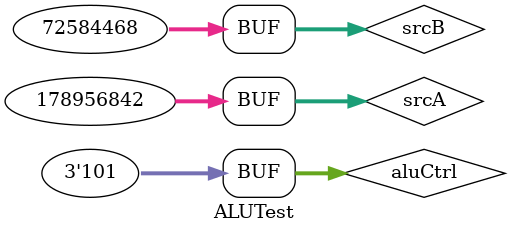
<source format=v>
module ALUTest();
	reg [31:0] srcA, srcB;
	reg [2:0] aluCtrl;
	wire [31:0] aluRslt;
	wire zero;
	parameter time_out = 100;
	initial $monitor (srcA, srcB, aluCtrl, aluRslt, zero);
	always begin
		#0 srcA=32'b00001010101010101010101000101010; srcB=32'b00000100010100111000110100010100;
		#5 aluCtrl=3'b000;
		#5 aluCtrl=3'b001;
		#5 aluCtrl=3'b010;
		#5 aluCtrl=3'b110;
		#5 aluCtrl=3'b111;
		#5 aluCtrl=3'b101;
	end
	alu test (srcA, srcB, aluCtrl, aluRslt, zero);
endmodule

</source>
